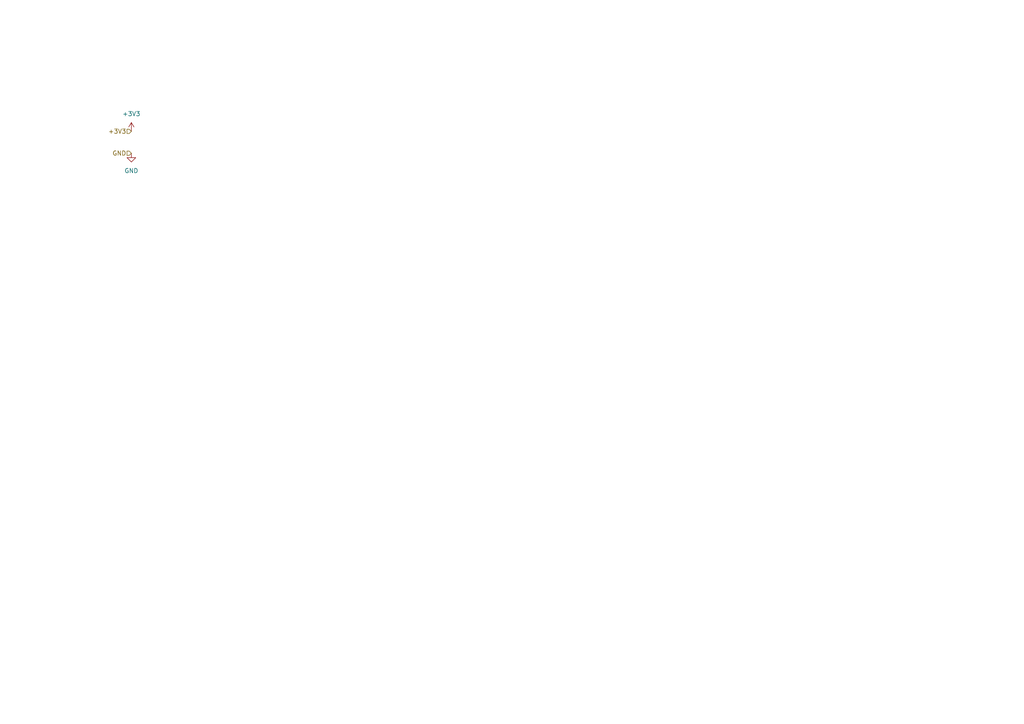
<source format=kicad_sch>
(kicad_sch (version 20250114) (generator "eeschema") (generator_version "9.0")
  (paper "A4")
  (title_block (title "Radio") (rev "A") (company "UCSC Rocket Team") (comment 1 "Victoria Pacheco"))
  (lib_symbols
    (symbol "power:+3V3" (power) (pin_numbers (hide yes)) (pin_names (offset 0) (hide yes))
      (property "Value" "+3V3" (at 0 3.556 0))
      (symbol "+3V3_0_1"
        (polyline (pts (xy -0.762 1.27) (xy 0 2.54)))
        (polyline (pts (xy 0 2.54) (xy 0.762 1.27)))
        (polyline (pts (xy 0 0) (xy 0 2.54)))
      )
      (symbol "+3V3_1_1"
        (pin power_in line (at 0 0 90) (length 0) (name "~") (number "1"))
      )
    )
    (symbol "power:GND" (power) (pin_numbers (hide yes)) (pin_names (offset 0) (hide yes))
      (property "Value" "GND" (at 0 -3.81 0))
      (symbol "GND_0_1"
        (polyline (pts (xy 0 0) (xy 0 -1.27) (xy 1.27 -1.27) (xy 0 -2.54) (xy -1.27 -1.27) (xy 0 -1.27)))
      )
      (symbol "GND_1_1"
        (pin power_in line (at 0 0 270) (length 0) (name "~") (number "1"))
      )
    )
  )
  (hierarchical_label "+3V3" (shape input) (at 38.1 38.1 180))
  (hierarchical_label "GND" (shape input) (at 38.1 44.45 180))
  (symbol (lib_id "power:GND") (at 38.1 44.45 0) (unit 1)
    (property "Reference" "#PWR044" (effects (hide yes)))
    (property "Value" "GND" (at 38.1 49.53 0))
    (property "Description" "Power symbol creates a global label with name \"GND\" , ground" (effects (hide yes)))
  )
  (symbol (lib_id "power:+3V3") (at 38.1 38.1 0) (unit 1)
    (property "Reference" "#PWR043" (effects (hide yes)))
    (property "Value" "+3V3" (at 38.1 33.02 0))
    (property "Description" "Power symbol creates a global label with name \"+3V3\"" (effects (hide yes)))
  )
)
</source>
